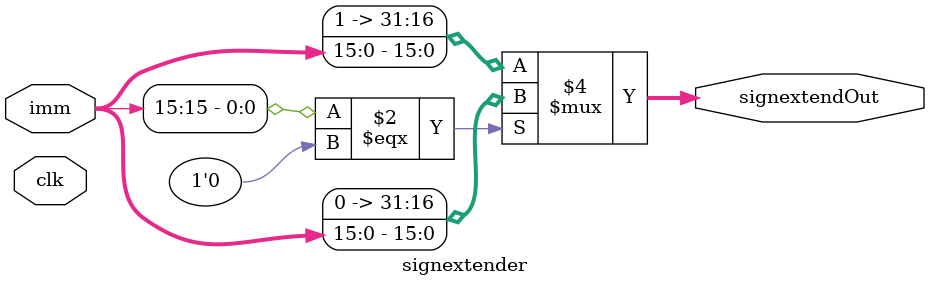
<source format=v>

module signextender (
	input clk,
	input [15:0] imm,
	output reg [31:0] signextendOut
	);

	always @ ( clk ) begin
    	if (imm[15] === 1'b0) begin // If the first bit is zero, add 16 zeros
      		signextendOut <= { 16'b0000000000000000, imm };
    	end

    	else begin // Otherwise add 16 ones
      		signextendOut <= { 16'b1111111111111111, imm };
    	end
	end

endmodule
</source>
